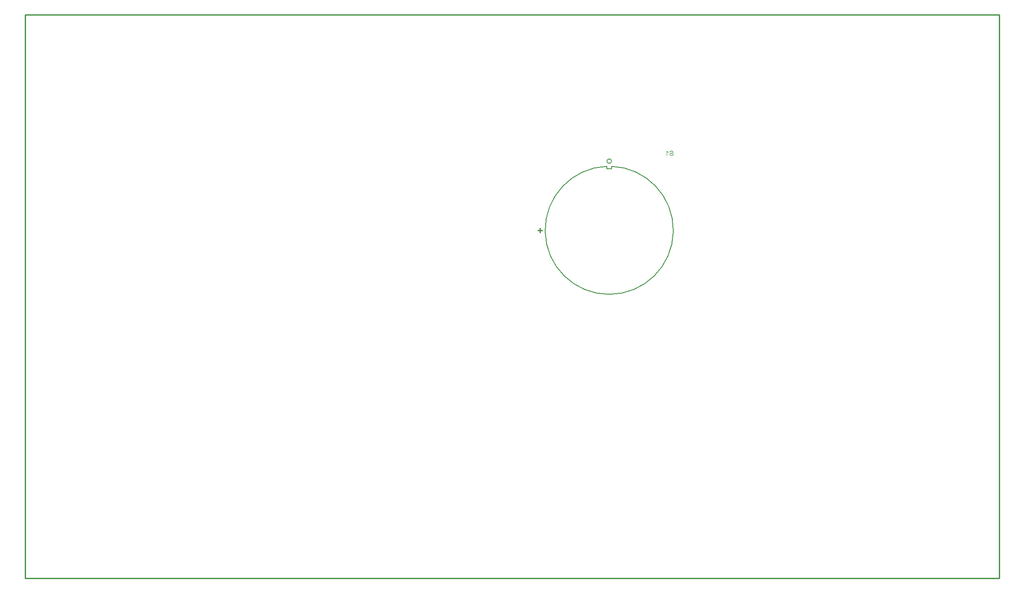
<source format=gbo>
G04*
G04 #@! TF.GenerationSoftware,Altium Limited,Altium Designer,18.1.11 (251)*
G04*
G04 Layer_Color=32896*
%FSLAX25Y25*%
%MOIN*%
G70*
G01*
G75*
%ADD11C,0.01000*%
%ADD13C,0.00500*%
G36*
X493044Y328405D02*
X493071Y328356D01*
X493136Y328264D01*
X493205Y328179D01*
X493274Y328100D01*
X493307Y328064D01*
X493336Y328034D01*
X493366Y328005D01*
X493389Y327982D01*
X493408Y327962D01*
X493425Y327949D01*
X493435Y327939D01*
X493438Y327936D01*
X493553Y327841D01*
X493668Y327755D01*
X493782Y327680D01*
X493838Y327644D01*
X493891Y327614D01*
X493940Y327585D01*
X493982Y327559D01*
X494022Y327539D01*
X494058Y327519D01*
X494084Y327506D01*
X494107Y327496D01*
X494120Y327490D01*
X494124Y327486D01*
Y327030D01*
X494041Y327063D01*
X493956Y327103D01*
X493874Y327142D01*
X493795Y327181D01*
X493763Y327201D01*
X493730Y327217D01*
X493700Y327234D01*
X493677Y327247D01*
X493658Y327257D01*
X493645Y327267D01*
X493635Y327270D01*
X493632Y327273D01*
X493533Y327336D01*
X493444Y327395D01*
X493369Y327447D01*
X493303Y327496D01*
X493277Y327519D01*
X493254Y327539D01*
X493235Y327555D01*
X493215Y327572D01*
X493202Y327582D01*
X493192Y327591D01*
X493189Y327595D01*
X493185Y327598D01*
Y324600D01*
X492713D01*
Y328451D01*
X493018D01*
X493044Y328405D01*
D02*
G37*
G36*
X496685Y328493D02*
X496820Y328480D01*
X496882Y328470D01*
X496941Y328457D01*
X496993Y328447D01*
X497046Y328434D01*
X497092Y328421D01*
X497131Y328411D01*
X497167Y328398D01*
X497197Y328388D01*
X497220Y328382D01*
X497239Y328375D01*
X497249Y328369D01*
X497253D01*
X497308Y328343D01*
X497364Y328316D01*
X497413Y328283D01*
X497459Y328254D01*
X497502Y328221D01*
X497541Y328188D01*
X497577Y328159D01*
X497610Y328129D01*
X497640Y328100D01*
X497663Y328074D01*
X497682Y328047D01*
X497702Y328028D01*
X497715Y328008D01*
X497725Y327995D01*
X497728Y327988D01*
X497731Y327985D01*
X497761Y327936D01*
X497784Y327890D01*
X497807Y327841D01*
X497827Y327795D01*
X497856Y327703D01*
X497876Y327618D01*
X497882Y327582D01*
X497886Y327545D01*
X497889Y327516D01*
X497892Y327490D01*
X497895Y327470D01*
Y327454D01*
Y327444D01*
Y327441D01*
X497889Y327345D01*
X497876Y327257D01*
X497853Y327175D01*
X497827Y327106D01*
X497817Y327073D01*
X497804Y327047D01*
X497790Y327024D01*
X497781Y327001D01*
X497774Y326988D01*
X497767Y326975D01*
X497761Y326968D01*
Y326965D01*
X497705Y326889D01*
X497640Y326821D01*
X497574Y326758D01*
X497508Y326706D01*
X497446Y326663D01*
X497420Y326647D01*
X497400Y326634D01*
X497380Y326624D01*
X497367Y326614D01*
X497358Y326611D01*
X497354Y326607D01*
X497312Y326584D01*
X497262Y326565D01*
X497207Y326542D01*
X497148Y326522D01*
X497026Y326479D01*
X496905Y326443D01*
X496846Y326427D01*
X496790Y326411D01*
X496741Y326397D01*
X496698Y326388D01*
X496662Y326378D01*
X496636Y326371D01*
X496620Y326365D01*
X496613D01*
X496518Y326342D01*
X496429Y326322D01*
X496354Y326302D01*
X496282Y326283D01*
X496219Y326266D01*
X496164Y326253D01*
X496114Y326237D01*
X496072Y326227D01*
X496036Y326217D01*
X496003Y326207D01*
X495980Y326197D01*
X495960Y326191D01*
X495944Y326187D01*
X495934Y326184D01*
X495931Y326181D01*
X495927D01*
X495842Y326145D01*
X495770Y326105D01*
X495711Y326069D01*
X495662Y326033D01*
X495626Y326001D01*
X495600Y325974D01*
X495583Y325958D01*
X495580Y325951D01*
X495544Y325899D01*
X495517Y325846D01*
X495501Y325794D01*
X495488Y325745D01*
X495481Y325702D01*
X495475Y325666D01*
Y325653D01*
Y325643D01*
Y325640D01*
Y325637D01*
X495478Y325571D01*
X495491Y325512D01*
X495511Y325456D01*
X495531Y325407D01*
X495550Y325364D01*
X495570Y325335D01*
X495583Y325315D01*
X495586Y325312D01*
Y325308D01*
X495632Y325256D01*
X495685Y325207D01*
X495737Y325167D01*
X495793Y325135D01*
X495842Y325108D01*
X495882Y325089D01*
X495895Y325082D01*
X495908Y325076D01*
X495914Y325072D01*
X495918D01*
X496003Y325043D01*
X496092Y325023D01*
X496177Y325007D01*
X496255Y324997D01*
X496291Y324994D01*
X496324Y324990D01*
X496354D01*
X496380Y324987D01*
X496429D01*
X496547Y324990D01*
X496659Y325003D01*
X496761Y325023D01*
X496806Y325033D01*
X496846Y325043D01*
X496885Y325053D01*
X496918Y325062D01*
X496947Y325072D01*
X496974Y325082D01*
X496993Y325089D01*
X497007Y325095D01*
X497016Y325099D01*
X497020D01*
X497112Y325145D01*
X497190Y325194D01*
X497256Y325243D01*
X497308Y325292D01*
X497351Y325331D01*
X497380Y325367D01*
X497390Y325381D01*
X497397Y325391D01*
X497403Y325394D01*
Y325397D01*
X497446Y325472D01*
X497479Y325551D01*
X497508Y325630D01*
X497528Y325705D01*
X497538Y325738D01*
X497544Y325771D01*
X497548Y325800D01*
X497554Y325823D01*
X497558Y325846D01*
Y325859D01*
X497561Y325869D01*
Y325873D01*
X498040Y325830D01*
X498036Y325758D01*
X498027Y325689D01*
X498017Y325623D01*
X498004Y325558D01*
X497987Y325499D01*
X497968Y325440D01*
X497951Y325387D01*
X497931Y325338D01*
X497912Y325295D01*
X497892Y325256D01*
X497876Y325220D01*
X497863Y325190D01*
X497850Y325167D01*
X497840Y325151D01*
X497833Y325141D01*
X497830Y325138D01*
X497790Y325082D01*
X497748Y325033D01*
X497705Y324984D01*
X497659Y324941D01*
X497613Y324899D01*
X497568Y324862D01*
X497521Y324830D01*
X497479Y324800D01*
X497439Y324771D01*
X497400Y324748D01*
X497367Y324731D01*
X497338Y324715D01*
X497312Y324702D01*
X497295Y324692D01*
X497282Y324689D01*
X497279Y324685D01*
X497210Y324659D01*
X497141Y324636D01*
X496993Y324597D01*
X496849Y324570D01*
X496777Y324561D01*
X496711Y324554D01*
X496649Y324548D01*
X496590Y324541D01*
X496537Y324538D01*
X496492D01*
X496455Y324534D01*
X496406D01*
X496331Y324538D01*
X496255Y324541D01*
X496187Y324548D01*
X496118Y324557D01*
X496052Y324567D01*
X495993Y324580D01*
X495937Y324593D01*
X495885Y324610D01*
X495836Y324623D01*
X495793Y324636D01*
X495757Y324649D01*
X495727Y324659D01*
X495701Y324669D01*
X495685Y324675D01*
X495672Y324682D01*
X495668D01*
X495609Y324711D01*
X495550Y324744D01*
X495498Y324777D01*
X495449Y324810D01*
X495403Y324846D01*
X495363Y324882D01*
X495324Y324915D01*
X495291Y324948D01*
X495262Y324980D01*
X495235Y325010D01*
X495212Y325036D01*
X495196Y325059D01*
X495183Y325076D01*
X495170Y325089D01*
X495166Y325099D01*
X495163Y325102D01*
X495130Y325154D01*
X495104Y325203D01*
X495081Y325256D01*
X495061Y325308D01*
X495029Y325407D01*
X495009Y325495D01*
X494999Y325535D01*
X494996Y325571D01*
X494993Y325604D01*
X494989Y325630D01*
X494986Y325653D01*
Y325669D01*
Y325679D01*
Y325682D01*
X494989Y325738D01*
X494993Y325794D01*
X495012Y325899D01*
X495035Y325991D01*
X495052Y326033D01*
X495065Y326069D01*
X495081Y326105D01*
X495094Y326135D01*
X495111Y326161D01*
X495121Y326184D01*
X495130Y326204D01*
X495140Y326217D01*
X495144Y326224D01*
X495147Y326227D01*
X495180Y326270D01*
X495216Y326312D01*
X495291Y326388D01*
X495373Y326453D01*
X495455Y326512D01*
X495491Y326535D01*
X495527Y326555D01*
X495560Y326575D01*
X495586Y326591D01*
X495609Y326601D01*
X495626Y326611D01*
X495639Y326614D01*
X495642Y326617D01*
X495688Y326637D01*
X495744Y326657D01*
X495806Y326679D01*
X495872Y326699D01*
X496013Y326742D01*
X496154Y326778D01*
X496219Y326794D01*
X496282Y326811D01*
X496341Y326824D01*
X496390Y326837D01*
X496433Y326847D01*
X496465Y326853D01*
X496485Y326860D01*
X496492D01*
X496603Y326886D01*
X496701Y326912D01*
X496793Y326939D01*
X496872Y326962D01*
X496944Y326988D01*
X497007Y327011D01*
X497062Y327030D01*
X497108Y327050D01*
X497148Y327070D01*
X497180Y327086D01*
X497207Y327099D01*
X497226Y327113D01*
X497243Y327122D01*
X497253Y327129D01*
X497256Y327135D01*
X497259D01*
X497285Y327162D01*
X497308Y327188D01*
X497344Y327247D01*
X497371Y327303D01*
X497387Y327355D01*
X497400Y327404D01*
X497403Y327444D01*
X497407Y327457D01*
Y327467D01*
Y327473D01*
Y327477D01*
X497403Y327519D01*
X497397Y327562D01*
X497387Y327605D01*
X497374Y327641D01*
X497341Y327709D01*
X497302Y327768D01*
X497262Y327818D01*
X497246Y327837D01*
X497230Y327854D01*
X497217Y327867D01*
X497207Y327877D01*
X497200Y327880D01*
X497197Y327883D01*
X497154Y327913D01*
X497108Y327939D01*
X497056Y327962D01*
X497003Y327982D01*
X496892Y328011D01*
X496780Y328034D01*
X496731Y328041D01*
X496682Y328044D01*
X496639Y328047D01*
X496600Y328051D01*
X496567Y328054D01*
X496524D01*
X496442Y328051D01*
X496367Y328047D01*
X496298Y328037D01*
X496233Y328024D01*
X496173Y328011D01*
X496118Y327995D01*
X496068Y327978D01*
X496023Y327962D01*
X495983Y327942D01*
X495950Y327926D01*
X495921Y327909D01*
X495898Y327896D01*
X495878Y327883D01*
X495865Y327873D01*
X495859Y327870D01*
X495855Y327867D01*
X495816Y327831D01*
X495777Y327788D01*
X495744Y327746D01*
X495717Y327703D01*
X495691Y327657D01*
X495668Y327611D01*
X495636Y327522D01*
X495622Y327483D01*
X495609Y327444D01*
X495603Y327408D01*
X495596Y327378D01*
X495593Y327355D01*
X495590Y327336D01*
X495586Y327322D01*
Y327319D01*
X495101Y327355D01*
X495104Y327417D01*
X495114Y327477D01*
X495137Y327591D01*
X495150Y327644D01*
X495166Y327693D01*
X495183Y327739D01*
X495199Y327782D01*
X495219Y327821D01*
X495235Y327854D01*
X495249Y327883D01*
X495262Y327909D01*
X495275Y327929D01*
X495285Y327942D01*
X495288Y327952D01*
X495291Y327955D01*
X495324Y328005D01*
X495363Y328051D01*
X495442Y328133D01*
X495527Y328201D01*
X495606Y328260D01*
X495645Y328283D01*
X495681Y328303D01*
X495711Y328323D01*
X495741Y328336D01*
X495760Y328349D01*
X495780Y328356D01*
X495790Y328362D01*
X495793D01*
X495918Y328408D01*
X496049Y328441D01*
X496173Y328467D01*
X496233Y328477D01*
X496291Y328484D01*
X496344Y328490D01*
X496393Y328493D01*
X496436Y328497D01*
X496472D01*
X496501Y328500D01*
X496544D01*
X496685Y328493D01*
D02*
G37*
D11*
X395453Y265772D02*
Y268922D01*
X393878Y267347D02*
X397028D01*
X0Y0D02*
X748032D01*
X0D02*
Y433071D01*
X748032D01*
X748032Y0D01*
D13*
X446635Y316520D02*
G03*
X450569Y316520I1967J-49173D01*
G01*
X450363Y320496D02*
G03*
X450363Y320496I-1761J0D01*
G01*
X446634Y314591D02*
Y316559D01*
Y314591D02*
X450571D01*
Y316559D01*
M02*

</source>
